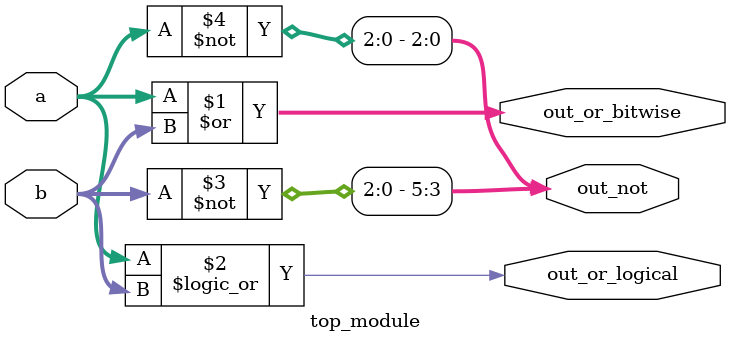
<source format=sv>
module top_module(
    input [2:0] a, 
    input [2:0] b, 
    output [2:0] out_or_bitwise,
    output out_or_logical,
    output [5:0] out_not
);
    
    assign out_or_bitwise = a | b;
    assign out_or_logical = a || b;
    assign out_not[5:3] = ~b;
    assign out_not[2:0] = ~a;

endmodule

</source>
